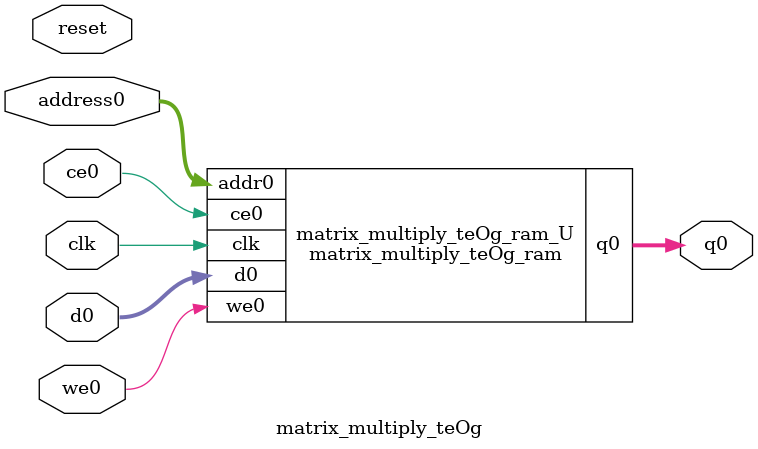
<source format=v>
`timescale 1 ns / 1 ps
module matrix_multiply_teOg_ram (addr0, ce0, d0, we0, q0,  clk);

parameter DWIDTH = 32;
parameter AWIDTH = 4;
parameter MEM_SIZE = 9;

input[AWIDTH-1:0] addr0;
input ce0;
input[DWIDTH-1:0] d0;
input we0;
output reg[DWIDTH-1:0] q0;
input clk;

(* ram_style = "distributed" *)reg [DWIDTH-1:0] ram[0:MEM_SIZE-1];




always @(posedge clk)  
begin 
    if (ce0) begin
        if (we0) 
            ram[addr0] <= d0; 
        q0 <= ram[addr0];
    end
end


endmodule

`timescale 1 ns / 1 ps
module matrix_multiply_teOg(
    reset,
    clk,
    address0,
    ce0,
    we0,
    d0,
    q0);

parameter DataWidth = 32'd32;
parameter AddressRange = 32'd9;
parameter AddressWidth = 32'd4;
input reset;
input clk;
input[AddressWidth - 1:0] address0;
input ce0;
input we0;
input[DataWidth - 1:0] d0;
output[DataWidth - 1:0] q0;



matrix_multiply_teOg_ram matrix_multiply_teOg_ram_U(
    .clk( clk ),
    .addr0( address0 ),
    .ce0( ce0 ),
    .we0( we0 ),
    .d0( d0 ),
    .q0( q0 ));

endmodule


</source>
